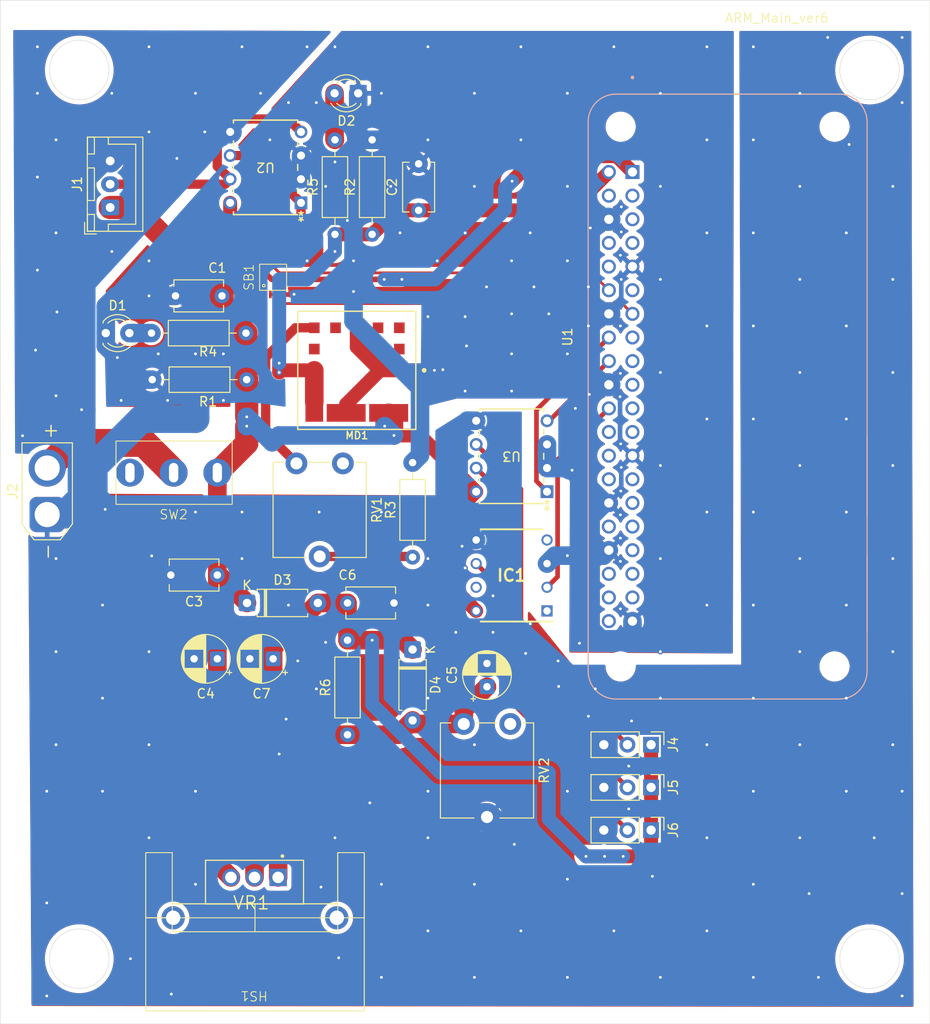
<source format=kicad_pcb>
(kicad_pcb (version 20241229) (generator "pcbnew") (generator_version "9.0")
  (layers (0 "F.Cu" signal) (2 "B.Cu" signal) (13 "F.Paste" user) (15 "B.Paste" user) (5 "F.SilkS" user "F.Silkscreen") (7 "B.SilkS" user "B.Silkscreen") (1 "F.Mask" user) (3 "B.Mask" user) (25 "Edge.Cuts" user))
  (net 0 "")
  (net 1 "GNDA")
  (net 2 "Net-(MD1-SENSE)")
  (net 3 "Net-(D3-K)")
  (net 4 "Net-(D3-A)")
  (net 5 "Net-(D1-A)")
  (net 6 "Net-(D2-A)")
  (net 8 "Net-(IC1-ANODE)")
  (net 10 "Net-(IC1-COLLECTER)")
  (net 12 "Net-(J1-Pin_2)")
  (net 13 "+BATT")
  (net 14 "Net-(J4-Pin_2)")
  (net 15 "Net-(J5-Pin_2)")
  (net 19 "Net-(MD1-TRIM)")
  (net 22 "Net-(R3-Pad1)")
  (net 25 "Net-(SB1-A2)")
  (net 34 "Net-(U1-GPIO24{slash}GPIO_GEN5)")
  (net 42 "Net-(U1-GPIO23{slash}GPIO_GEN4)")
  (net 46 "Net-(SB1-Vcc)")
  (net 53 "Net-(D4-A)")
  (net 54 "Net-(SB1-A1)")
  (net 55 "Net-(SB1-G')")
  (footprint "Capacitor_THT:C_Disc_D5.1mm_W3.2mm_P5.00mm" (layer "F.Cu") (at 124 62.58 90)
    (property "Reference" "C2")
    (property "Value" "10uF")
  )
  (footprint "Potentiometer_THT:Potentiometer_ACP_CA9-V10_Vertical" (layer "F.Cu") (at 110.855 89.77 -90)
    (property "Reference" "RV1")
    (property "Value" "R_Potentiometer_Trim")
  )
  (footprint "Resistor_THT:R_Axial_DIN0207_L6.3mm_D2.5mm_P10.16mm_Horizontal" (layer "F.Cu") (at 115 65.16 90)
    (property "Reference" "R5")
    (property "Value" "1k")
  )
  (footprint "Connector_PinHeader_2.54mm:PinHeader_1x03_P2.54mm_Vertical" (layer "F.Cu") (at 149 129.18 -90)
    (property "Reference" "J6")
    (property "Value" "Conn_01x03_Pin" (hide yes))
  )
  (footprint "Capacitor_THT:CP_Radial_D5.0mm_P2.50mm" (layer "F.Cu") (at 131.35 113.77 90)
    (property "Reference" "C5")
    (property "Value" "10u")
  )
  (footprint "Resistor_THT:R_Axial_DIN0207_L6.3mm_D2.5mm_P10.16mm_Horizontal" (layer "F.Cu") (at 119 65.16 90)
    (property "Reference" "R2")
    (property "Value" "1.2k")
  )
  (footprint "Resistor_THT:R_Axial_DIN0207_L6.3mm_D2.5mm_P10.16mm_Horizontal" (layer "F.Cu") (at 123.35 99.85 90)
    (property "Reference" "R3")
    (property "Value" "1.2k")
  )
  (footprint "LED_THT:LED_D3.0mm" (layer "F.Cu") (at 90.35 75.77)
    (property "Reference" "D1")
    (property "Value" "LED")
  )
  (footprint "Diode_THT:D_A-405_P7.62mm_Horizontal" (layer "F.Cu") (at 105.54 104.77)
    (property "Reference" "D3")
    (property "Value" "1N4007")
  )
  (footprint "Capacitor_THT:C_Disc_D5.1mm_W3.2mm_P5.00mm" (layer "F.Cu") (at 116.35 104.77)
    (property "Reference" "C6")
    (property "Value" "0.1u")
  )
  (footprint "Potentiometer_THT:Potentiometer_ACP_CA9-V10_Vertical" (layer "F.Cu") (at 128.855 117.77 -90)
    (property "Reference" "RV2")
    (property "Value" "R_Potentiometer_Trim")
  )
  (footprint "Capacitor_THT:CP_Radial_D5.0mm_P2.50mm" (layer "F.Cu") (at 102.35 110.77 180)
    (property "Reference" "C4")
    (property "Value" "100u")
  )
  (footprint "Capacitor_THT:C_Disc_D5.1mm_W3.2mm_P5.00mm" (layer "F.Cu") (at 102.35 101.77 180)
    (property "Reference" "C3")
    (property "Value" "0.1u")
  )
  (footprint "ul_TLP2531:U_DIP8_11-10C4S_TOS" (layer "F.Cu") (at 111.35 61.77 180)
    (property "Reference" "U2")
    (property "Value" "TLP2531")
  )
  (footprint "Connector_AMASS:AMASS_XT30U-F_1x02_P5.0mm_Vertical" (layer "F.Cu") (at 84.05 95.27 90)
    (property "Reference" "J2")
    (property "Value" "Conn_01x02_Pin")
  )
  (footprint "Connector_PinHeader_2.54mm:PinHeader_1x03_P2.54mm_Vertical" (layer "F.Cu") (at 149 120 -90)
    (property "Reference" "J4")
    (property "Value" "Conn_01x03_Pin" (hide yes))
  )
  (footprint "Diode_THT:D_A-405_P7.62mm_Horizontal" (layer "F.Cu") (at 123.35 109.77 -90)
    (property "Reference" "D4")
    (property "Value" "1N4007")
  )
  (footprint "LED_THT:LED_D3.0mm" (layer "F.Cu") (at 117.5 50 180)
    (property "Reference" "D2")
    (property "Value" "LED")
  )
  (footprint "Resistor_THT:R_Axial_DIN0207_L6.3mm_D2.5mm_P10.16mm_Horizontal" (layer "F.Cu") (at 105.43 75.77 180)
    (property "Reference" "R4")
    (property "Value" "2k")
  )
  (footprint "Capacitor_THT:C_Disc_D5.1mm_W3.2mm_P5.00mm" (layer "F.Cu") (at 102.85 71.77 180)
    (property "Reference" "C1")
    (property "Value" "22uF")
  )
  (footprint "NJM317:TO254P1054X470X1955-3" (layer "F.Cu") (at 106.35 134.77 180)
    (property "Reference" "VR1")
    (property "Value" "LM317T")
  )
  (footprint "heatsync:heatsink23.5_17_25mm" (layer "F.Cu") (at 106.4 138.6 180)
    (property "Reference" "HS1")
    (property "Value" "Heatsink_Pad_2Pin" (hide yes))
  )
  (footprint "Connector_PinHeader_2.54mm:PinHeader_1x03_P2.54mm_Vertical" (layer "F.Cu") (at 149 124.59 -90)
    (property "Reference" "J5")
    (property "Value" "Conn_01x03_Pin" (hide yes))
  )
  (footprint "ul_TLP2531:U_DIP8_11-10C4S_TOS" (layer "F.Cu") (at 137.81 92.81 180)
    (property "Reference" "U3")
    (property "Value" "TLP2531")
  )
  (footprint "TLP559:DIP762W60P254L966H485Q8N" (layer "F.Cu") (at 134 101.81 180)
    (property "Reference" "IC1")
    (property "Value" "TLP559_F_" (hide yes))
  )
  (footprint "Capacitor_THT:CP_Radial_D5.0mm_P2.50mm" (layer "F.Cu") (at 108.35 110.77 180)
    (property "Reference" "C7")
    (property "Value" "47u")
  )
  (footprint "Resistor_THT:R_Axial_DIN0207_L6.3mm_D2.5mm_P10.16mm_Horizontal" (layer "F.Cu") (at 105.51 80.77 180)
    (property "Reference" "R1")
    (property "Value" "20k")
  )
  (footprint "Connector_JST:JST_XH_B3B-XH-A_1x03_P2.50mm_Vertical" (layer "F.Cu") (at 90.825 62.27 90)
    (property "Reference" "J1")
    (property "Value" "Conn_01x03_Socket")
  )
  (footprint "Resistor_THT:R_Axial_DIN0207_L6.3mm_D2.5mm_P10.16mm_Horizontal" (layer "F.Cu") (at 116.35 118.93 90)
    (property "Reference" "R6")
    (property "Value" "180")
  )
  (footprint "TC7WH241FK:TC7WH241FK" (layer "F.Cu") (at 108.35 69.77 90)
    (property "Reference" "SB1")
    (property "Value" "~" (hide yes))
  )
  (footprint "Togle_original:TogleSW3pin" (layer "F.Cu") (at 97.65 90.77 180)
    (property "Reference" "SW2")
    (property "Value" "SW_SPDT")
  )
  (footprint "Library:MURATA_OKL-T-6-W12N-C_0" (layer "F.Cu") (at 117.35 79.77 180)
    (property "Reference" "MD1")
    (property "Value" "OKL-T_6-W12N-C")
  )
  (footprint "RASPBERRY_PI_ZERO_2_W:MODULE_RASPBERRY_PI_ZERO_2_W" (layer "B.Cu") (at 157.23 82.59 -90)
    (property "Reference" "U1")
    (property "Value" "RASPBERRY_PI_ZERO_2_W")
  )
  (gr_circle (center 87.5 47.5) (end 90.7 47.5) (stroke (width 0.05)) (fill no) (layer "Edge.Cuts"))
  (gr_rect (start 79 40) (end 179 150) (stroke (width 0.05)) (fill no) (layer "Edge.Cuts"))
  (gr_circle (center 87.5 143) (end 90.7 143) (stroke (width 0.05)) (fill no) (layer "Edge.Cuts"))
  (gr_circle (center 172.5 143) (end 175.7 143) (stroke (width 0.05)) (fill no) (layer "Edge.Cuts"))
  (gr_circle (center 172.5 47.5) (end 175.7 47.5) (stroke (width 0.05)) (fill no) (layer "Edge.Cuts"))
  (gr_text "ARM_Main_ver6" (at 156.9 42.5 0) (layer "F.SilkS") (effects (font (size 1 1) (thickness 0.1)) (justify left bottom)))
  (segment (start 117.35 77.2695) (end 119.8505 79.77) (width 1.5) (layer "F.Cu") (net 1))
  (segment (start 116.207 84.342) (end 116.207 83.4135) (width 1.5) (layer "F.Cu") (net 1))
  (segment (start 117.35 75.198) (end 117.35 77.2695) (width 1.5) (layer "F.Cu") (net 1))
  (segment (start 110.58 71.62) (end 110.6 71.6) (width 0.5) (layer "F.Cu") (net 1))
  (segment (start 110.58 71.62) (end 109.35 71.62) (width 0.5) (layer "F.Cu") (net 1))
  (segment (start 119.8505 79.77) (end 121.922 79.77) (width 1.5) (layer "F.Cu") (net 1))
  (segment (start 116.207 83.4135) (end 119.8505 79.77) (width 1.5) (layer "F.Cu") (net 1))
  (segment (start 125.7 79.77) (end 121.922 79.77) (width 1.5) (layer "F.Cu") (net 1))
  (via (at 91.6 78.4) (size 0.6) (drill 0.3) (layers "F.Cu" "B.Cu") (net 1))
  (via (at 125 100) (size 0.6) (drill 0.3) (layers "F.Cu" "B.Cu") (net 1))
  (via (at 141.3 109.1) (size 0.6) (drill 0.3) (layers "F.Cu" "B.Cu") (net 1))
  (via (at 150 110) (size 0.6) (drill 0.3) (layers "F.Cu" "B.Cu") (net 1))
  (via (at 90.29 94.71) (size 0.6) (drill 0.3) (layers "F.Cu" "B.Cu") (net 1))
  (via (at 140.856841 83.856841) (size 0.6) (drill 0.3) (layers "F.Cu" "B.Cu") (net 1))
  (via (at 125 125) (size 0.6) (drill 0.3) (layers "F.Cu" "B.Cu") (net 1))
  (via (at 115.4 142.9) (size 0.6) (drill 0.3) (layers "F.Cu" "B.Cu") (net 1))
  (via (at 117 71.3) (size 0.6) (drill 0.3) (layers "F.Cu" "B.Cu") (net 1))
  (via (at 155 105) (size 0.6) (drill 0.3) (layers "F.Cu" "B.Cu") (net 1))
  (via (at 145.7 105.4) (size 0.6) (drill 0.3) (layers "F.Cu" "B.Cu") (net 1))
  (via (at 145.795 70) (size 0.6) (drill 0.3) (layers "F.Cu" "B.Cu") (net 1))
  (via (at 128 107.921) (size 0.6) (drill 0.3) (layers "F.Cu" "B.Cu") (net 1))
  (via (at 160 75) (size 0.6) (drill 0.3) (layers "F.Cu" "B.Cu") (net 1))
  (via (at 132 104) (size 0.6) (drill 0.3) (layers "F.Cu" "B.Cu") (net 1))
  (via (at 160 105) (size 0.6) (drill 0.3) (layers "F.Cu" "B.Cu") (net 1))
  (via (at 82.8 77.6) (size 0.6) (drill 0.3) (layers "F.Cu" "B.Cu") (net 1))
  (via (at 129.15 77.15) (size 0.6) (drill 0.3) (layers "F.Cu" "B.Cu") (net 1))
  (via (at 145.7 97.8) (size 0.6) (drill 0.3) (layers "F.Cu" "B.Cu") (net 1))
  (via (at 160 55) (size 0.6) (drill 0.3) (layers "F.Cu" "B.Cu") (net 1))
  (via (at 109.75 117.25) (size 0.6) (drill 0.3) (layers "F.Cu" "B.Cu") (net 1))
  (via (at 85 82.5) (size 0.6) (drill 0.3) (layers "F.Cu" "B.Cu") (net 1))
  (via (at 160 45) (size 0.6) (drill 0.3) (layers "F.Cu" "B.Cu") (net 1))
  (via (at 145.73 87.67) (size 0.6) (drill 0.3) (layers "F.Cu" "B.Cu") (net 1))
  (via (at 170 65) (size 0.6) (drill 0.3) (layers "F.Cu" "B.Cu") (net 1))
  (via (at 100 50) (size 0.6) (drill 0.3) (layers "F.Cu" "B.Cu") (net 1))
  (via (at 150 60) (size 0.6) (drill 0.3) (layers "F.Cu" "B.Cu") (net 1))
  (via (at 103 83) (size 0.6) (drill 0.3) (layers "F.Cu" "B.Cu") (net 1))
  (via (at 170 75) (size 0.6) (drill 0.3) (layers "F.Cu" "B.Cu") (net 1))
  (via (at 81.4 86.8) (size 0.6) (drill 0.3) (layers "F.Cu" "B.Cu") (net 1))
  (via (at 165 130) (size 0.6) (drill 0.3) (layers "F.Cu" "B.Cu") (net 1))
  (via (at 146.9 117.449) (size 0.6) (drill 0.3) (layers "F.Cu" "B.Cu") (net 1))
  (via (at 113.3 95) (size 0.6) (drill 0.3) (layers "F.Cu" "B.Cu") (net 1))
  (via (at 125 140) (size 0.6) (drill 0.3) (layers "F.Cu" "B.Cu") (net 1))
  (via (at 175 90) (size 0.6) (drill 0.3) (layers "F.Cu" "B.Cu") (net 1))
  (via (at 142.255 75) (size 0.6) (drill 0.3) (layers "F.Cu" "B.Cu") (net 1))
  (via (at 125 105) (size 0.6) (drill 0.3) (layers "F.Cu" "B.Cu") (net 1))
  (via (at 160 95) (size 0.6) (drill 0.3) (layers "F.Cu" "B.Cu") (net 1))
  (via (at 175 110) (size 0.6) (drill 0.3) (layers "F.Cu" "B.Cu") (net 1))
  (via (at 91 50) (size 0.6) (drill 0.3) (layers "F.Cu" "B.Cu") (net 1))
  (via (at 173 130) (size 0.6) (drill 0.3) (layers "F.Cu" "B.Cu") (net 1))
  (via (at 142.255 70.8) (size 0.6) (drill 0.3) (layers "F.Cu" "B.Cu") (net 1))
  (via (at 140 145) (size 0.6) (drill 0.3) (layers "F.Cu" "B.Cu") (net 1))
  (via (at 95 110) (size 0.6) (drill 0.3) (layers "F.Cu" "B.Cu") (net 1))
  (via (at 95 120) (size 0.6) (drill 0.3) (layers "F.Cu" "B.Cu") (net 1))
  (via (at 138 73.7) (size 0.6) (drill 0.3) (layers "F.Cu" "B.Cu") (net 1))
  (via (at 136 65) (size 0.6) (drill 0.3) (layers "F.Cu" "B.Cu") (net 1))
  (via (at 130 135) (size 0.6) (drill 0.3) (layers "F.Cu" "B.Cu") (net 1))
  (via (at 112 68) (size 0.6) (drill 0.3) (layers "F.Cu" "B.Cu") (net 1))
  (via (at 165 70) (size 0.6) (drill 0.3) (layers "F.Cu" "B.Cu") (net 1))
  (via (at 165 80) (size 0.6) (drill 0.3) (layers "F.Cu" "B.Cu") (net 1))
  (via (at 132 107.921) (size 0.6) (drill 0.3) (layers "F.Cu" "B.Cu") (net 1))
  (via (at 146.6 126.9) (size 0.6) (drill 0.3) (layers "F.Cu" "B.Cu") (net 1))
  (via (at 165 100) (size 0.6) (drill 0.3) (layers "F.Cu" "B.Cu") (net 1))
  (via (at 140 125) (size 0.6) (drill 0.3) (layers "F.Cu" "B.Cu") (net 1))
  (via (at 135 55) (size 0.6) (drill 0.3) (layers "F.Cu" "B.Cu") (net 1))
  (via (at 142.356841 82.356841) (size 0.6) (drill 0.3) (layers "F.Cu" "B.Cu") (net 1))
  (via (at 126.6 79.7) (size 0.6) (drill 0.3) (layers "F.Cu" "B.Cu") (net 1))
  (via (at 125.7 79.77) (size 0.6) (drill 0.3) (layers "F.Cu" "B.Cu") (net 1))
  (via (at 140.5 90.5) (size 0.6) (drill 0.3) (layers "F.Cu" "B.Cu") (net 1))
  (via (at 160 115) (size 0.6) (drill 0.3) (layers "F.Cu" "B.Cu") (net 1))
  (via (at 134.2925 130.7075) (size 0.6) (drill 0.3) (layers "F.Cu" "B.Cu") (net 1))
  (via (at 145.74 92.74) (size 0.6) (drill 0.3) (layers "F.Cu" "B.Cu") (net 1))
  (via (at 83 45) (size 0.6) (drill 0.3) (layers "F.Cu" "B.Cu") (net 1))
  (via (at 100 78) (size 0.6) (drill 0.3) (layers "F.Cu" "B.Cu") (net 1))
  (via (at 125 74) (size 0.6) (drill 0.3) (layers "F.Cu" "B.Cu") (net 1))
  (via (at 145 45) (size 0.6) (drill 0.3) (layers "F.Cu" "B.Cu") (net 1))
  (via (at 90 115) (size 0.6) (drill 0.3) (layers "F.Cu" "B.Cu") (net 1))
  (via (at 130 50) (size 0.6) (drill 0.3) (layers "F.Cu" "B.Cu") (net 1))
  (via (at 145.665 82.6) (size 0.6) (drill 0.3) (layers "F.Cu" "B.Cu") (net 1))
  (via (at 130 145) (size 0.6) (drill 0.3) (layers "F.Cu" "B.Cu") (net 1))
  (via (at 170 85) (size 0.6) (drill 0.3) (layers "F.Cu" "B.Cu") (net 1))
  (via (at 110 105) (size 0.6) (drill 0.3) (layers "F.Cu" "B.Cu") (net 1))
  (via (at 145.7 100.3) (size 0.6) (drill 0.3) (layers "F.Cu" "B.Cu") (net 1))
  (via (at 110.6 71.6) (size 0.6) (drill 0.3) (layers "F.Cu" "B.Cu") (net 1))
  (via (at 134 73.7) (size 0.6) (drill 0.3) (layers "F.Cu" "B.Cu") (net 1))
  (via (at 160 145) (size 0.6) (drill 0.3) (layers "F.Cu" "B.Cu") (net 1))
  (via (at 118.75 126.25) (size 0.6) (drill 0.3) (layers "F.Cu" "B.Cu") (net 1))
  (via (at 134 82) (size 0.6) (drill 0.3) (layers "F.Cu" "B.Cu") (net 1))
  (via (at 155 65) (size 0.6) (drill 0.3) (layers "F.Cu" "B.Cu") (net 1))
  (via (at 155 45) (size 0.6) (drill 0.3) (layers "F.Cu" "B.Cu") (net 1))
  (via (at 175 80) (size 0.6) (drill 0.3) (layers "F.Cu" "B.Cu") (net 1))
  (via (at 160 85) (size 0.6) (drill 0.3) (layers "F.Cu" "B.Cu") (net 1))
  (via (at 85 110) (size 0.6) (drill 0.3) (layers "F.Cu" "B.Cu") (net 1))
  (via (at 140 50) (size 0.6) (drill 0.3) (layers "F.Cu" "B.Cu") (net 1))
  (via (at 129 82) (size 0.6) (drill 0.3) (layers "F.Cu" "B.Cu") (net 1))
  (via (at 101 54.15) (size 0.6) (drill 0.3) (layers "F.Cu" "B.Cu") (net 1))
  (via (at 160 125) (size 0.6) (drill 0.3) (layers "F.Cu" "B.Cu") (net 1))
  (via (at 95 54.15) (size 0.6) (drill 0.3) (layers "F.Cu" "B.Cu") (net 1))
  (via (at 145.8 64.9) (size 0.6) (drill 0.3) (layers "F.Cu" "B.Cu") (net 1))
  (via (at 125 115) (size 0.6) (drill 0.3) (layers "F.Cu" "B.Cu") (net 1))
  (via (at 150 90) (size 0.6) (drill 0.3) (layers "F.Cu" "B.Cu") (net 1))
  (via (at 136.4 70.8) (size 0.6) (drill 0.3) (layers "F.Cu" "B.Cu") (net 1))
  (via (at 160 65) (size 0.6) (drill 0.3) (layers "F.Cu" "B.Cu") (net 1))
  (via (at 170.3 55.5) (size 0.6) (drill 0.3) (layers "F.Cu" "B.Cu") (net 1))
  (via (at 125 55) (size 0.6) (drill 0.3) (layers "F.Cu" "B.Cu") (net 1))
  (via (at 165 50) (size 0.6) (drill 0.3) (layers "F.Cu" "B.Cu") (net 1))
  (via (at 136 107) (size 0.6) (drill 0.3) (layers "F.Cu" "B.Cu") (net 1))
  (via (at 109 121) (size 0.6) (drill 0.3) (layers "F.Cu" "B.Cu") (net 1))
  (via (at 85 55) (size 0.6) (drill 0.3) (layers "F.Cu" "B.Cu") (net 1))
  (via (at 140 68) (size 0.6) (drill 0.3) (layers "F.Cu" "B.Cu") (net 1))
  (via (at 140 134.451) (size 0.6) (drill 0.3) (layers "F.Cu" "B.Cu") (net 1))
  (via (at 84 125) (size 0.6) (drill 0.3) (layers "F.Cu" "B.Cu") (net 1))
  (via (at 111 111) (size 0.6) (drill 0.3) (layers "F.Cu" "B.Cu") (net 1))
  (via (at 130 120) (size 0.6) (drill 0.3) (layers "F.Cu" "B.Cu") (net 1))
  (via (at 105 45) (size 0.6) (drill 0.3) (layers "F.Cu" "B.Cu") (net 1))
  (via (at 100 125) (size 0.6) (drill 0.3) (layers "F.Cu" "B.Cu") (net 1))
  (via (at 155 85) (size 0.6) (drill 0.3) (layers "F.Cu" "B.Cu") (net 1))
  (via (at 176 51) (size 0.6) (drill 0.3) (layers "F.Cu" "B.Cu") (net 1))
  (via (at 170 125) (size 0.6) (drill 0.3) (layers "F.Cu" "B.Cu") (net 1))
  (via (at 122 65) (size 0.6) (drill 0.3) (layers "F.Cu" "B.Cu") (net 1))
  (via (at 120 145) (size 0.6) (drill 0.3) (layers "F.Cu" "B.Cu") (net 1))
  (via (at 96 78) (size 0.6) (drill 0.3) (layers "F.Cu" "B.Cu") (net 1))
  (via (at 131.3 70.8) (size 0.6) (drill 0.3) (layers "F.Cu" "B.Cu") (net 1))
  (via (at 115 45) (size 0.6) (drill 0.3) (layers "F.Cu" "B.Cu") (net 1))
  (via (at 126 68) (size 0.6) (drill 0.3) (layers "F.Cu" "B.Cu") (net 1))
  (via (at 150 115) (size 0.6) (drill 0.3) (layers "F.Cu" "B.Cu") (net 1))
  (via (at 95.29 99.71) (size 0.6) (drill 0.3) (layers "F.Cu" "B.Cu") (net 1))
  (via (at 107 50) (size 0.6) (drill 0.3) (layers "F.Cu" "B.Cu") (net 1))
  (via (at 125 110) (size 0.6) (drill 0.3) (layers "F.Cu" "B.Cu") (net 1))
  (via (at 120 135) (size 0.6) (drill 0.3) (layers "F.Cu" "B.Cu") (net 1))
  (via (at 176 136) (size 0.6) (drill 0.3) (layers "F.Cu" "B.Cu") (net 1))
  (via (at 176 125) (size 0.6) (drill 0.3) (layers "F.Cu" "B.Cu") (net 1))
  (via (at 95 130) (size 0.6) (drill 0.3) (layers "F.Cu" "B.Cu") (net 1))
  (via (at 149.141 134.141) (size 0.6) (drill 0.3) (layers "F.Cu" "B.Cu") (net 1))
  (via (at 113.5 135.3) (size 0.6) (drill 0.3) (layers "F.Cu" "B.Cu") (net 1))
  (via (at 165 60) (size 0.6) (drill 0.3) (layers "F.Cu" "B.Cu") (net 1))
  (via (at 113 114) (size 0.6) (drill 0.3) (layers "F.Cu" "B.Cu") (net 1))
  (via (at 129 74) (size 0.6) (drill 0.3) (layers "F.Cu" "B.Cu") (net 1))
  (via (at 150 70) (size 0.6) (drill 0.3) (layers "F.Cu" "B.Cu") (net 1))
  (via (at 167 145) (size 0.6) (drill 0.3) (layers "F.Cu" "B.Cu") (net 1))
  (via (at 120 50) (size 0.6) (drill 0.3) (layers "F.Cu" "B.Cu") (net 1))
  (via (at 135.509 110.191) (size 0.6) (drill 0.3) (layers "F.Cu" "B.Cu") (net 1))
  (via (at 85 120) (size 0.6) (drill 0.3) (layers "F.Cu" "B.Cu") (net 1))
  (via (at 170 115) (size 0.6) (drill 0.3) (layers "F.Cu" "B.Cu") (net 1))
  (via (at 114 60) (size 0.6) (drill 0.3) (layers "F.Cu" "B.Cu") (net 1))
  (via (at 145 140) (size 0.6) (drill 0.3) (layers "F.Cu" "B.Cu") (net 1))
  (via (at 120 95) (size 0.6) (drill 0.3) (layers "F.Cu" "B.Cu") (net 1))
  (via (at 145.795 90.2) (size 0.6) (drill 0.3) (layers "F.Cu" "B.Cu") (net 1))
  (via (at 83 69) (size 0.6) (drill 0.3) (layers "F.Cu" "B.Cu") (net 1))
  (via (at 135 140) (size 0.6) (drill 0.3) (layers "F.Cu" "B.Cu") (net 1))
  (via (at 155 120) (size 0.6) (drill 0.3) (layers "F.Cu" "B.Cu") (net 1))
  (via (at 103 78) (size 0.6) (drill 0.3) (layers "F.Cu" "B.Cu") (net 1))
  (via (at 139.059 113.741) (size 0.6) (drill 0.3) (layers "F.Cu" "B.Cu") (net 1))
  (via (at 95 71.77) (size 0.6) (drill 0.3) (layers "F.Cu" "B.Cu") (net 1))
  (via (at 125 130) (size 0.6) (drill 0.3) (layers "F.Cu" "B.Cu") (net 1))
  (via (at 128.670736 98.670736) (size 0.6) (drill 0.3) (layers "F.Cu" "B.Cu") (net 1))
  (via (at 105 95) (size 0.6) (drill 0.3) (layers "F.Cu" "B.Cu") (net 1))
  (via (at 145.8 62.2) (size 0.6) (drill 0.3) (layers "F.Cu" "B.Cu") (net 1))
  (via (at 150 80) (size 0.6) (drill 0.3) (layers "F.Cu" "B.Cu") (net 1))
  (via (at 135 45) (size 0.6) (drill 0.3) (layers "F.Cu" "B.Cu") (net 1))
  (via (at 155 130) (size 0.6) (drill 0.3) (layers "F.Cu" "B.Cu") (net 1))
  (via (at 155 140) (size 0.6) (drill 0.3) (layers "F.Cu" "B.Cu") (net 1))
  (via (at 165 120) (size 0.6) (drill 0.3) (layers "F.Cu" "B.Cu") (net 1))
  (via (at 93 143) (size 0.6) (drill 0.3) (layers "F.Cu" "B.Cu") (net 1))
  (via (at 100 135) (size 0.6) (drill 0.3) (layers "F.Cu" "B.Cu") (net 1))
  (via (at 150 145) (size 0.6) (drill 0.3) (layers "F.Cu" "B.Cu") (net 1))
  (via (at 85 65) (size 0.6) (drill 0.3) (layers "F.Cu" "B.Cu") (net 1))
  (via (at 87.751 84) (size 0.6) (drill 0.3) (layers "F.Cu" "B.Cu") (net 1))
  (via (at 97 83) (size 0.6) (drill 0.3) (layers "F.Cu" "B.Cu") (net 1))
  (via (at 175 100) (size 0.6) (drill 0.3) (layers "F.Cu" "B.Cu") (net 1))
  (via (at 165 90) (size 0.6) (drill 0.3) (layers "F.Cu" "B.Cu") (net 1))
  (via (at 146.6 122.3) (size 0.6) (drill 0.3) (layers "F.Cu" "B.Cu") (net 1))
  (via (at 166 136) (size 0.6) (drill 0.3) (layers "F.Cu" "B.Cu") (net 1))
  (via (at 170 105) (size 0.6) (drill 0.3) (layers "F.Cu" "B.Cu") (net 1))
  (via (at 125 45) (size 0.6) (drill 0.3) (layers "F.Cu" "B.Cu") (net 1))
  (via (at 92 83) (size 0.6) (drill 0.3) (layers "F.Cu" "B.Cu") (net 1))
  (via (at 142.466842 64.466842) (size 0.6) (drill 0.3) (layers "F.Cu" "B.Cu") (net 1))
  (via (at 90 105) (size 0.6) (drill 0.3) (layers "F.Cu" "B.Cu") (net 1))
  (via (at 170 95) (size 0.6) (drill 0.3) (layers "F.Cu" "B.Cu") (net 1))
  (via (at 140 78) (size 0.6) (drill 0.3) (layers "F.Cu" "B.Cu") (net 1))
  (via (at 115 57.3758) (size 0.6) (drill 0.3) (layers "F.Cu" "B.Cu") (net 1))
  (via (at 140 99.685) (size 0.6) (drill 0.3) (layers "F.Cu" "B.Cu") (net 1))
  (via (at 175 70) (size 0.6) (drill 0.3) (layers "F.Cu" "B.Cu") (net 1))
  (via (at 150 100) (size 0.6) (drill 0.3) (layers "F.Cu" "B.Cu") (net 1))
  (via (at 142.259 116.941) (size 0.6) (drill 0.3) (layers "F.Cu" "B.Cu") (net 1))
  (via (at 85.1 73.5) (size 0.6) (drill 0.3) (layers "F.Cu" "B.Cu") (net 1))
  (via (at 134 68) (size 0.6) (drill 0.3) (layers "F.Cu" "B.Cu") (net 1))
  (via (at 110 51) (size 0.6) (drill 0.3) (layers "F.Cu" "B.Cu") (net 1))
  (via (at 176 44) (size 0.6) (drill 0.3) (layers "F.Cu" "B.Cu") (net 1))
  (via (at 108 55) (size 0.6) (drill 0.3) (layers "F.Cu" "B.Cu") (net 1))
  (via (at 134 78) (size 0.6) (drill 0.3) (layers "F.Cu" "B.Cu") (net 1))
  (via (at 160 135) (size 0.6) (drill 0.3) (layers "F.Cu" "B.Cu") (net 1))
  (via (at 155 75) (size 0.6) (drill 0.3) (layers "F.Cu" "B.Cu") (net 1))
  (via (at 145.7 95.3) (size 0.6) (drill 0.3) (layers "F.Cu" "B.Cu") (net 1))
  (via (at 105 100) (size 0.6) (drill 0.3) (layers "F.Cu" "B.Cu") (net 1))
  (via (at 83 59) (size 0.6) (drill 0.3) (layers "F.Cu" "B.Cu") (net 1))
  (via (at 145.7 75) (size 0.6) (drill 0.3) (layers "F.Cu" "B.Cu") (net 1))
  (via (at 116.334921 63.665079) (size 0.6) (drill 0.3) (layers "F.Cu" "B.Cu") (net 1))
  (via (at 112 45) (size 0.6) (drill 0.3) (layers "F.Cu" "B.Cu") (net 1))
  (via (at 130 60) (size 0.6) (drill 0.3) (layers "F.Cu" "B.Cu") (net 1))
  (via (at 90 125) (size 0.6) (drill 0.3) (layers "F.Cu" "B.Cu") (net 1))
  (via (at 95 68) (size 0.6) (drill 0.3) (layers "F.Cu" "B.Cu") (net 1))
  (via (at 139 111) (size 0.6) (drill 0.3) (layers "F.Cu" "B.Cu") (net 1))
  (via (at 95 45) (size 0.6) (drill 0.3) (layers "F.Cu" "B.Cu") (net 1))
  (via (at 140 60) (size 0.6) (drill 0.3) (layers "F.Cu" "B.Cu") (net 1))
  (via (at 129 101) (size 0.6) (drill 0.3) (layers "F.Cu" "B.Cu") (net 1))
  (via (at 168 44) (size 0.6) (drill 0.3) (layers "F.Cu" "B.Cu") (net 1))
  (via (at 114 109) (size 0.6) (drill 0.3) (layers "F.Cu" "B.Cu") (net 1))
  (via (at 100 95) (size 0.6) (drill 0.3) (layers "F.Cu" "B.Cu") (net 1))
  (via (at 155 55) (size 0.6) (drill 0.3) (layers "F.Cu" "B.Cu") (net 1))
  (via (at 97.4 146.8) (size 0.6) (drill 0.3) (layers "F.Cu" "B.Cu") (net 1))
  (via (at 145.7 67.4) (size 0.6) (drill 0.3) (layers "F.Cu" "B.Cu") (net 1))
  (via (at 155 95) (size 0.6) (drill 0.3) (layers "F.Cu" "B.Cu") (net 1))
  (via (at 143 114) (size 0.6) (drill 0.3) (layers "F.Cu" "B.Cu") (net 1))
  (via (at 84 137) (size 0.6) (drill 0.3) (layers "F.Cu" "B.Cu") (net 1))
  (via (at 175 120) (size 0.6) (drill 0.3) (layers "F.Cu" "B.Cu") (net 1))
  (via (at 113 51) (size 0.6) (drill 0.3) (layers "F.Cu" "B.Cu") (net 1))
  (via (at 83 50) (size 0.6) (drill 0.3) (layers "F.Cu" "B.Cu") (net 1))
  (via (at 129 65) (size 0.6) (drill 0.3) (layers "F.Cu" "B.Cu") (net 1))
  (via (at 84 147) (size 0.6) (drill 0.3) (layers "F.Cu" "B.Cu") (net 1))
  (via (at 98 57) (size 0.6) (drill 0.3) (layers "F.Cu" "B.Cu") (net 1))
  (via (at 150 50) (size 0.6) (drill 0.3) (layers "F.Cu" "B.Cu") (net 1))
  (via (at 91 67) (size 0.6) (drill 0.3) (layers "F.Cu" "B.Cu") (net 1))
  (via (at 175 60) (size 0.6) (drill 0.3) (layers "F.Cu" "B.Cu") (net 1))
  (via (at 145.7 80.1) (size 0.6) (drill 0.3) (layers "F.Cu" "B.Cu") (net 1))
  (via (at 115 130) (size 0.6) (drill 0.3) (layers "F.Cu" "B.Cu") (net 1))
  (via (at 85 100) (size 0.6) (drill 0.3) (layers "F.Cu" "B.Cu") (net 1))
  (via (at 117 68) (size 0.6) (drill 0.3) (layers "F.Cu" "B.Cu") (net 1))
  (via (at 121 60) (size 0.6) (drill 0.3) (layers "F.Cu" "B.Cu") (net 1))
  (via (at 165 110) (size 0.6) (drill 0.3) (layers "F.Cu" "B.Cu") (net 1))
  (via (at 176 147) (size 0.6) (drill 0.3) (layers "F.Cu" "B.Cu") (net 1))
  (segment (start 105.85 113.35) (end 109.75 117.25) (width 3) (layer "B.Cu") (net 1))
  (segment (start 142.5 98.31) (end 142.5 95.54) (width 2) (layer "B.Cu") (net 1))
  (segment (start 144.46 94.02) (end 145.74 92.74) (width 0.5) (layer "B.Cu") (net 1))
  (segment (start 132.6 73.7) (end 134 73.7) (width 2) (layer "B.Cu") (net 1))
  (segment (start 142.356841 82.356841) (end 142.255 82.255) (width 2.5) (layer "B.Cu") (net 1))
  (segment (start 114.171158 63.159) (end 115.828842 63.159) (width 2) (layer "B.Cu") (net 1))
  (segment (start 143.875 99.685) (end 142.5 98.31) (width 2) (layer "B.Cu") (net 1))
  (segment (start 126.6 79.7) (end 125.77 79.7) (width 1.5) (layer "B.Cu") (net 1))
  (segment (start 90.35 77.15) (end 91.6 78.4) (width 2) (layer "B.Cu") (net 1))
  (segment (start 91.6 78.4) (end 93.97 80.77) (width 2) (layer "B.Cu") (net 1))
  (segment (start 140.856841 83.856841) (end 142.356841 82.356841) (width 2.5) (layer "B.Cu") (net 1))
  (segment (start 125.77 79.7) (end 125.7 79.77) (width 1.5) (layer "B.Cu") (net 1))
  (segment (start 116.2 71.6) (end 117 70.8) (width 1) (layer "B.Cu") (net 1))
  (segment (start 142.356841 82.356841) (end 143.393683 81.32) (width 2.5) (layer "B.Cu") (net 1))
  (segment (start 138.036 134.451) (end 140 134.451) (width 3) (layer "B.Cu") (net 1))
  (segment (start 93.945 54.15) (end 92.712341 54.15) (width 3) (layer "B.Cu") (net 1))
  (segment (start 95 71.77) (end 97.85 71.77) (width 2) (layer "B.Cu") (net 1))
  (segment (start 134.2925 130.7075) (end 138.036 134.451) (width 3) (layer "B.Cu") (net 1))
  (segment (start 131.355 127.77) (end 134.2925 130.7075) (width 3) (layer "B.Cu") (net 1))
  (segment (start 125 105) (end 124.77 104.77) (width 3) (layer "B.Cu") (net 1))
  (segment (start 104.48037 108.269) (end 100.984942 108.269) (width 3) (layer "B.Cu") (net 1))
  (segment (start 145.795 92.685) (end 145.795 90.2) (width 0.5) (layer "B.Cu") (net 1))
  (segment (start 90.35 72.87) (end 91.45 71.77) (width 2) (layer "B.Cu") (net 1))
  (segment (start 131.35 109.81) (end 133.239 107.921) (width 3) (layer "B.Cu") (net 1))
  (segment (start 117 71.3) (end 117 74.5) (width 2) (layer "B.Cu") (net 1))
  (segment (start 143.875 99.685) (end 144.46 99.1) (width 2) (layer "B.Cu") (net 1))
  (segment (start 145.665 87.605) (end 145.73 87.67) (width 0.5) (layer "B.Cu") (net 1))
  (segment (start 89.049 93.469) (end 90.29 94.71) (width 3) (layer "B.Cu") (net 1))
  (segment (start 140.5 90.5) (end 144.02 94.02) (width 2) (layer "B.Cu") (net 1))
  (segment (start 125.7 79.77) (end 122.73 79.77) (width 1.5) (layer "B.Cu") (net 1))
  (segment (start 142.466842 64.466842) (end 143.393683 63.54) (width 2.5) (layer "B.Cu") (net 1))
  (segment (start 100 78) (end 100 69.62) (width 3) (layer "B.Cu") (net 1))
  (segment (start 117 68) (end 117 70.8) (width 2) (layer "B.Cu") (net 1))
  (segment (start 142.255 82.255) (end 142.255 75) (width 2.5) (layer "B.Cu") (net 1))
  (segment (start 147 107.786317) (end 147 106.72) (width 2) (layer "B.Cu") (net 1))
  (segment (start 115.454042 57.3758) (end 117.5 55.329842) (width 2) (layer "B.Cu") (net 1))
  (segment (start 140 99.685) (end 142.5 99.685) (width 2) (layer "B.Cu") (net 1))
  (segment (start 100.984942 108.269) (end 99.849 109.404942) (width 3) (layer "B.Cu") (net 1))
  (segment (start 111.35 56.69) (end 112.0358 57.3758) (width 2) (layer "B.Cu") (net 1))
  (segment (start 124.77 104.77) (end 124.77 102.571472) (width 3) (layer "B.Cu") (net 1))
  (segment (start 145.73 87.67) (end 147 88.94) (width 0.5) (layer "B.Cu") (net 1))
  (segment (start 137.81 100.54) (end 138.665 99.685) (width 2) (layer "B.Cu") (net 1))
  (segment (start 100 69.62) (end 101.06 68.56) (width 3) (layer "B.Cu") (net 1))
  (segment (start 134 73.7) (end 138 73.7) (width 2) (layer "B.Cu") (net 1))
  (segment (start 100 85) (end 100 78) (width 3) (layer "B.Cu") (net 1))
  (segment (start 128.3032 86.106933) (end 129.220133 85.19) (width 2) (layer "B.Cu") (net 1))
  (segment (start 93.945 54.15) (end 95 54.15) (width 2.5) (layer "B.Cu") (net 1))
  (segment (start 91.45 71.77) (end 95 71.77) (width 2) (layer "B.Cu") (net 1))
  (segment (start 107.31 62.31) (end 109.331158 64.331158) (width 2) (layer "B.Cu") (net 1))
  (segment (start 140.27 84.443683) (end 140.856841 83.856841) (width 2.5) (layer "B.Cu") (net 1))
  (segment (start 142.255 75) (end 142.255 74.838683) (width 2.5) (layer "B.Cu") (net 1))
  (segment (start 138.665 99.685) (end 140 99.685) (width 2) (layer "B.Cu") (net 1))
  (segment (start 126.3 80) (end 126.6 79.7) (width 1.5) (layer "B.Cu") (net 1))
  (segment (start 90.29 94.71) (end 95.29 99.71) (width 3) (layer "B.Cu") (net 1))
  (segment (start 117 64.330158) (end 117 68) (width 2) (layer "B.Cu") (net 1))
  (segment (start 90.35 75.77) (end 90.35 77.15) (width 2) (layer "B.Cu") (net 1))
  (segment (start 148.831 134.451) (end 149.141 134.141) (width 3) (layer "B.Cu") (net 1))
  (segment (start 117.5 55) (end 117.5 50) (width 2) (layer "B.Cu") (net 1))
  (segment (start 95 54.15) (end 101 54.15) (width 2.5) (layer "B.Cu") (net 1))
  (segment (start 112.0358 57.3758) (end 115 57.3758) (width 2) (layer "B.Cu") (net 1))
  (segment (start 145.051 117.449) (end 143.909 118.591) (width 3) (layer "B.Cu") (net 1))
  (segment (start 110.39 59.23) (end 111.35 59.23) (width 2) (layer "B.Cu") (net 1))
  (segment (start 129.341472 98) (end 130.19 98) (width 2) (layer "B.Cu") (net 1))
  (segment (start 111.35 59.23) (end 111.35 56.69) (width 2) (layer "B.Cu") (net 1))
  (segment (start 105.85 109.63863) (end 104.48037 108.269) (width 3) (layer "B.Cu") (net 1))
  (segment (start 112.999 64.331158) (end 114.171158 63.159) (width 2) (layer "B.Cu") (net 1))
  (segment (start 133.239 107.921) (end 132 107.921) (width 3) (layer "B.Cu") (net 1))
  (segment (start 96.54 100.96) (end 99.85 104.27) (width 3) (layer "B.Cu") (net 1))
  (segment (start 142.259 116.941) (end 139.059 113.741) (width 3) (layer "B.Cu") (net 1))
  (segment (start 140 134.451) (end 148.831 134.451) (width 3) (layer "B.Cu") (net 1))
  (segment (start 142.255 70.8) (end 142.255 64.678683) (width 2.5) (layer "B.Cu") (net 1))
  (segment (start 92.712341 54.15) (end 87.751 59.111341) (width 3) (layer "B.Cu") (net 1))
  (segment (start 137.81 90.27) (end 140.27 90.27) (width 2) (layer "B.Cu") (net 1))
  (segment (start 105.85 110.77) (end 105.85 109.63863) (width 3) (layer "B.Cu") (net 1))
  (segment (start 140.27 90.27) (end 140.27 84.443683) (width 2.5) (layer "B.Cu") (net 1))
  (segment (start 105.85 109.63863) (end 105.85 113.35) (width 3) (layer "B.Cu") (net 1))
  (segment (start 89.049 93.469) (end 89.049 90.144102) (width 3) (layer "B.Cu") (net 1))
  (segment (start 115 57.3758) (end 115.454042 57.3758) (width 2) (layer "B.Cu") (net 1))
  (segment (start 127.921 107.921) (end 125 105) (width 3) (layer "B.Cu") (net 1))
  (segment (start 145.665 82.525) (end 145.665 82.6) (width 0.5) (layer "B.Cu") (net 1))
  (segment (start 132 107.921) (end 128 107.921) (width 3) (layer "B.Cu") (net 1))
  (segment (start 144.46 81.32) (end 145.665 82.525) (width 0.5) (layer "B.Cu") (net 1))
  (segment (start 142.5 99.685) (end 142.5 107.524788) (width 2) (layer "B.Cu") (net 1))
  (segment (start 87.751 84) (end 87.751 93.469) (width 3) (layer "B.Cu") (net 1))
  (segment (start 124.149999 81.649999) (end 124.149999 88.890001) (width 2) (layer "B.Cu") (net 1))
  (segment (start 143.909 118.591) (end 142.259 116.941) (width 3) (layer "B.Cu") (net 1))
  (segment (start 145.795 69.825) (end 145.795 70) (width 0.5) (layer "B.Cu") (net 1))
  (segment (start 117 74.5) (end 122.5 80) (width 2) (layer "B.Cu") (net 1))
  (segment (start 122.5 80) (end 124.149999 81.649999) (width 2) (layer "B.Cu") (net 1))
  (segment (start 147 68.62) (end 145.795 69.825) (width 0.5) (layer "B.Cu") (net 1))
  (segment (start 129.220133 85.19) (end 130.19 85.19) (width 2) (layer "B.Cu") (net 1))
  (segment (start 138 73.7) (end 144.46 73.7) (width 2) (layer "B.Cu") (net 1))
  (segment (start 143.650212 108.675) (end 146.111317 108.675) (width 2) (layer "B.Cu") (net 1))
  (segment (start 129.15 77.15) (end 132.6 73.7) (width 2) (layer "B.Cu") (net 1))
  (segment (start 130.19 98) (end 128.3032 96.1132) (width 2) (layer "B.Cu") (net 1))
  (segment (start 137.81 87.73) (end 137.81 90.27) (width 2) (layer "B.Cu") (net 1))
  (segment (start 143.393683 63.54) (end 144.46 63.54) (width 2.5) (layer "B.Cu") (net 1))
  (segment (start 128.3032 96.1132) (end 128.3032 86.106933) (width 2) (layer "B.Cu") (net 1))
  (segment (start 119 55) (end 121.42 55) (width 2) (layer "B.Cu") (net 1))
  (segment (start 145.795 90.145) (end 147 88.94) (width 0.5) (layer "B.Cu") (net 1))
  (segment (start 124.77 102.571472) (end 128.670736 98.670736) (width 2) (layer "B.Cu") (net 1))
  (segment (start 122.73 79.77) (end 122.5 80) (width 1.5) (layer "B.Cu") (net 1))
  (segment (start 142.5 99.685) (end 143.875 99.685) (width 2) (layer "B.Cu") (net 1))
  (segment (start 145.74 92.74) (end 145.795 92.685) (width 0.5) (layer "B.Cu") (net 1))
  (segment (start 145.795 72.365) (end 144.46 73.7) (width 0.5) (layer "B.Cu") (net 1))
  (segment (start 117.5 55.329842) (end 117.5 55) (width 2) (layer "B.Cu") (net 1))
  (segment (start 101 54.15) (end 103.73 54.15) (width 2.5) (layer "B.Cu") (net 1))
  (segment (start 143.393683 73.7) (end 142.255 72.561317) (width 2.5) (layer "B.Cu") (net 1))
  (segment (start 120.27 127.77) (end 131.355 127.77) (width 3) (layer "B.Cu") (net 1))
  (segment (start 122.5 80) (end 126.3 80) (width 1.5) (layer "B.Cu") (net 1))
  (segment (start 99.849 109.404942) (end 99.849 110.77) (width 3) (layer "B.Cu") (net 1))
  (segment (start 151.551 131.731) (end 151.551 117.449) (width 3) (layer "B.Cu") (net 1))
  (segment (start 97.85 71.77) (end 101.06 68.56) (width 2) (layer "B.Cu") (net 1))
  (segment (start 101.06 68.56) (end 107.31 62.31) (width 2) (layer "B.Cu") (net 1))
  (segment (start 110.6 71.6) (end 116.2 71.6) (width 1) (layer "B.Cu") (net 1))
  (segment (start 121.42 55) (end 124 57.58) (width 2) (layer "B.Cu") (net 1))
  (segment (start 146.111317 108.675) (end 147 107.786317) (width 2) (layer "B.Cu") (net 1))
  (segment (start 131.35 111.27) (end 131.35 109.81) (width 3) (layer "B.Cu") (net 1))
  (segment (start 126.6 79.7) (end 129.15 77.15) (width 2) (layer "B.Cu") (net 1))
  (segment (start 143.393683 73.7) (end 144.46 73.7) (width 2.5) (layer "B.Cu") (net 1))
  (segment (start 151.551 117.449) (end 146.9 117.449) (width 3) (layer "B.Cu") (net 1))
  (segment (start 99.85 104.27) (end 99.85 110.77) (width 3) (layer "B.Cu") (net 1))
  (segment (start 93.945 54.15) (end 90.825 57.27) (width 2.5) (layer "B.Cu") (net 1))
  (segment (start 145.795 70) (end 145.795 72.365) (width 0.5) (layer "B.Cu") (net 1))
  (segment (start 85.95 95.27) (end 84.05 95.27) (width 3) (layer "B.Cu") (net 1))
  (segment (start 118.75 126.25) (end 120.27 127.77) (width 3) (layer "B.Cu") (net 1))
  (segment (start 145.795 90.2) (end 145.795 90.145) (width 0.5) (layer "B.Cu") (net 1))
  (segment (start 142.255 74.838683) (end 143.393683 73.7) (width 2.5) (layer "B.Cu") (net 1))
  (segment (start 146.9 117.449) (end 145.051 117.449) (width 3) (layer "B.Cu") (net 1))
  (segment (start 117 70.8) (end 117 71.3) (width 2) (layer "B.Cu") (net 1))
  (segment (start 95.29 99.71) (end 96.54 100.96) (width 3) (layer "B.Cu") (net 1))
  (segment (start 135.509 110.191) (end 133.239 107.921) (width 3) (layer "B.Cu") (net 1))
  (segment (start 128.670736 98.670736) (end 129.341472 98) (width 2) (layer "B.Cu") (net 1))
  (segment (start 96.54 100.96) (end 97.35 101.77) (width 3) (layer "B.Cu") (net 1))
  (segment (start 89.049 90.144102) (end 94.193102 85) (width 3) (layer "B.Cu") (net 1))
  (segment (start 139.059 113.741) (end 135.509 110.191) (width 3) (layer "B.Cu") (net 1))
  (segment (start 142.5 95.54) (end 144.02 94.02) (width 2) (layer "B.Cu") (net 1))
  (segment (start 116.334921 63.665079) (end 117 64.330158) (width 2) (layer "B.Cu") (net 1))
  (segment (start 140.27 90.27) (end 140.5 90.5) (width 2) (layer "B.Cu") (net 1))
  (segment (start 94.193102 85) (end 100 85) (width 3) (layer "B.Cu") (net 1))
  (segment (start 93.97 80.77) (end 95.35 80.77) (width 2) (layer "B.Cu") (net 1))
  (segment (start 143.393683 81.32) (end 144.46 81.32) (width 2.5) (layer "B.Cu") (net 1))
  (segment (start 87.751 93.469) (end 89.049 93.469) (width 3) (layer "B.Cu") (net 1))
  (segment (start 107.31 62.31) (end 110.39 59.23) (width 2) (layer "B.Cu") (net 1))
  (segment (start 115.828842 63.159) (end 116.334921 63.665079) (width 2) (layer "B.Cu") (net 1))
  (segment (start 109.331158 64.331158) (end 112.999 64.331158) (width 2) (layer "B.Cu") (net 1))
  (segment (start 149.141 134.141) (end 151.551 131.731) (width 3) (layer "B.Cu") (net 1))
  (segment (start 128 107.921) (end 127.921 107.921) (width 3) (layer "B.Cu") (net 1))
  (segment (start 117.5 55) (end 119 55) (width 2) (layer "B.Cu") (net 1))
  (segment (start 87.751 59.111341) (end 87.751 84) (width 3) (layer "B.Cu") (net 1))
  (segment (start 124.77 104.77) (end 121.35 104.77) (width 3) (layer "B.Cu") (net 1))
  (segment (start 142.255 72.561317) (end 142.255 70.8) (width 2.5) (layer "B.Cu") (net 1))
  (segment (start 143.909 118.591) (end 143.909 129.18) (width 3) (layer "B.Cu") (net 1))
  (segment (start 109.75 117.25) (end 118.75 126.25) (width 3) (layer "B.Cu") (net 1))
  (segment (start 144.02 94.02) (end 144.46 94.02) (width 2) (layer "B.Cu") (net 1))
  (segment (start 142.255 64.678683) (end 142.466842 64.466842) (width 2.5) (layer "B.Cu") (net 1))
  (segment (start 145.665 82.6) (end 145.665 87.605) (width 0.5) (layer "B.Cu") (net 1))
  (segment (start 87.751 93.469) (end 85.95 95.27) (width 3) (layer "B.Cu") (net 1))
  (segment (start 124.149999 88.890001) (end 123.35 89.69) (width 2) (layer "B.Cu") (net 1))
  (segment (start 142.5 107.524788) (end 143.650212 108.675) (width 2) (layer "B.Cu") (net 1))
  (segment (start 90.35 75.77) (end 90.35 72.87) (width 2) (layer "B.Cu") (net 1))
  (segment (start 109 79) (end 109 80) (width 1.5) (layer "F.Cu") (net 2))
  (segment (start 121.58 62.58) (end 119 65.16) (width 1.5) (layer "F.Cu") (net 2))
  (segment (start 140.34 62.58) (end 124 62.58) (width 1.5) (layer "F.Cu") (net 2))
  (segment (start 144.46 58.46) (end 140.34 62.58) (width 1.5) (layer "F.Cu") (net 2))
  (segment (start 115 65.16) (end 119 65.16) (width 1.5) (layer "F.Cu") (net 2))
  (segment (start 109.23 79.77) (end 109 80) (width 1.5) (layer "F.Cu") (net 2))
  (segment (start 115 66) (end 115 65.16) (width 1.5) (layer "F.Cu") (net 2))
  (segment (start 112.778 79.77) (end 112.778 83.199) (width 2) (layer "F.Cu") (net 2))
  (segment (start 115 67) (end 115 66) (width 1.5) (layer "F.Cu") (net 2))
  (segment (start 124 62.58) (end 121.58 62.58) (width 1.5) (layer "F.Cu") (net 2))
  (segment (start 112.778 79.77) (end 109.23 79.77) (width 1.5) (layer "F.Cu") (net 2))
  (via (at 109 80) (size 0.6) (drill 0.3) (layers "F.Cu" "B.Cu") (net 2))
  (via (at 109 79) (size 0.6) (drill 0.3) (layers "F.Cu" "B.Cu") (net 2))
  (via (at 115 67) (size 0.6) (drill 0.3) (layers "F.Cu" "B.Cu") (net 2))
  (segment (start 112 70) (end 109 70) (width 1.5) (layer "B.Cu") (net 2))
  (segment (start 109 79) (end 109 70) (width 1.5) (layer "B.Cu") (net 2))
  (segment (start 115 65.16) (end 115 67) (width 1.5) (layer "B.Cu") (net 2))
  (segment (start 115 67) (end 112 70) (width 1.5) (layer "B.Cu") (net 2))
  (segment (start 102.85 71.77) (end 102.85 73.19) (width 2.5) (layer "F.Cu") (net 3))
  (segment (start 103.73 70.89) (end 102.85 71.77) (width 1.5) (layer "F.Cu") (net 3))
  (segment (start 103.73 68.77) (end 103.73 70.89) (width 1.5) (layer "F.Cu") (net 3))
  (segment (start 102.35 110.77) (end 102.35 132.8) (width 2) (layer "F.Cu") (net 3))
  (segment (start 105.51 87.61) (end 102.35 90.77) (width 2.5) (layer "F.Cu") (net 3))
  (segment (start 121.35 84.913) (end 120.779 84.342) (width 2) (layer "F.Cu") (net 3))
  (segment (start 130.19 92.81) (end 127 96) (width 1.5) (layer "F.Cu") (net 3))
  (segment (start 120.35 85.77) (end 120.35 84.771) (width 2) (layer "F.Cu") (net 3))
  (segment (start 102.35 101.77) (end 102.54 101.77) (width 2) (layer "F.Cu") (net 3))
  (segment (start 102.35 101.77) (end 102.35 110.77) (width 2) (layer "F.Cu") (net 3))
  (segment (start 105.51 85.77) (end 105.51 87.61) (width 2.5) (layer "F.Cu") (net 3))
  (segment (start 102.35 90.77) (end 102.35 101.77) (width 2) (layer "F.Cu") (net 3))
  (segment (start 102.54 101.77) (end 105.54 104.77) (width 2) (layer "F.Cu") (net 3))
  (segment (start 120.35 85.77) (end 121.35 86.77) (width 2) (layer "F.Cu") (net 3))
  (segment (start 105.43 75.77) (end 105.43 80.69) (width 2.5) (layer "F.Cu") (net 3))
  (segment (start 124.15 86.77) (end 130.19 92.81) (width 1.5) (layer "F.Cu") (net 3))
  (segment (start 105.43 80.69) (end 105.51 80.77) (width 2.5) (layer "F.Cu") (net 3))
  (segment (start 105.51 80.77) (end 105.51 84.77) (width 2.5) (layer "F.Cu") (net 3))
  (segment (start 102.85 73.19) (end 105.43 75.77) (width 2.5) (layer "F.Cu") (net 3))
  (segment (start 127 96) (end 127 102.43) (width 1.5) (layer "F.Cu") (net 3))
  (segment (start 127 102.43) (end 130.19 105.62) (width 1.5) (layer "F.Cu") (net 3))
  (segment (start 121.35 86.77) (end 121.35 84.913) (width 2) (layer "F.Cu") (net 3))
  (segment (start 121.35 86.77) (end 124.15 86.77) (width 1.5) (layer "F.Cu") (net 3))
  (segment (start 90.825 62.27) (end 93.35 62.27) (width 2.5) (layer "F.Cu") (net 3))
  (segment (start 93.35 62.27) (end 102.85 71.77) (width 2.5) (layer "F.Cu") (net 3))
  (segment (start 103.73 61.77) (end 103.73 68.77) (width 1.5) (layer "F.Cu") (net 3))
  (segment (start 102.35 132.8) (end 103.81 134.26) (width 2) (layer "F.Cu") (net 3))
  (segment (start 120.35 84.771) (end 120.779 84.342) (width 2) (layer "F.Cu") (net 3))
  (via (at 120.35 85.77) (size 0.6) (drill 0.3) (layers "F.Cu" "B.Cu") (net 3))
  (via (at 105.51 84.77) (size 0.6) (drill 0.3) (layers "F.Cu" "B.Cu") (net 3))
  (via (at 105.51 85.77) (size 0.6) (drill 0.3) (layers "F.Cu" "B.Cu") (net 3))
  (via (at 121.35 86.77) (size 0.6) (drill 0.3) (layers "F.Cu" "B.Cu") (net 3))
  (segment (start 105.51 84.77) (end 105.51 85.77) (width 2) (layer "B.Cu") (net 3))
  (segment (start 108.97 86.77) (end 121.35 86.77) (width 2) (layer "B.Cu") (net 3))
  (segment (start 108.24 87.5) (end 108.97 86.77) (width 2) (layer "B.Cu") (net 3))
  (segment (start 108.24 87.5) (end 105.51 84.77) (width 2) (layer "B.Cu") (net 3))
  (segment (start 120.35 85.77) (end 121.35 86.77) (width 2) (layer "B.Cu") (net 3))
  (segment (start 149 131) (end 149 129.18) (width 1.5) (layer "F.Cu") (net 4))
  (segment (start 142 132) (end 144 132) (width 1.5) (layer "F.Cu") (net 4))
  (segment (start 113.16 104.77) (end 116.35 104.77) (width 2) (layer "F.Cu") (net 4))
  (segment (start 119 108.77) (end 122.35 108.77) (width 2) (layer "F.Cu") (net 4))
  (segment (start 148 132) (end 149 131) (width 1.5) (layer "F.Cu") (net 4))
  (segment (start 144 132) (end 146 132) (width 1.5) (layer "F.Cu") (net 4))
  (segment (start 122.35 108.77) (end 123.35 109.77) (width 2) (layer "F.Cu") (net 4))
  (segment (start 108.35 110.77) (end 108.35 109.58) (width 2) (layer "F.Cu") (net 4))
  (segment (start 108.35 114.77) (end 108.35 110.77) (width 2) (layer "F.Cu") (net 4))
  (segment (start 106.35 134.26) (end 106.35 116.77) (width 2) (layer "F.Cu") (net 4))
  (segment (start 116.35 108.77) (end 119 108.77) (width 2) (layer "F.Cu") (net 4))
  (segment (start 116.35 104.77) (end 116.35 108.77) (width 2) (layer "F.Cu") (net 4))
  (segment (start 108.35 109.58) (end 113.16 104.77) (width 2) (layer "F.Cu") (net 4))
  (segment (start 146 132) (end 148 132) (width 1.5) (layer "F.Cu") (net 4))
  (segment (start 106.35 116.77) (end 108.35 114.77) (width 2) (layer "F.Cu") (net 4))
  (segment (start 149 129.18) (end 149 124.59) (width 1.5) (layer "F.Cu") (net 4))
  (segment (start 149 120) (end 149 124.59) (width 1.5) (layer "F.Cu") (net 4))
  (via (at 146 132) (size 0.6) (drill 0.3) (layers "F.Cu" "B.Cu") (net 4))
  (via (at 142 132) (size 0.6) (drill 0.3) (layers "F.Cu" "B.Cu") (net 4))
  (via (at 119 108.77) (size 0.6) (drill 0.3) (layers "F.Cu" "B.Cu") (net 4))
  (via (at 144 132) (size 0.6) (drill 0.3) (layers "F.Cu" "B.Cu") (net 4))
  (segment (start 138 123) (end 138 128) (width 1.5) (layer "B.Cu") (net 4))
  (segment (start 119 108.77) (end 119 115.65771) (width 1.5) (layer "B.Cu") (net 4))
  (segment (start 138 128) (end 142 132) (width 1.5) (layer "B.Cu") (net 4))
  (segment (start 119 115.65771) (end 126.34229 123) (width 1.5) (layer "B.Cu") (net 4))
  (segment (start 126.34229 123) (end 138 123) (width 1.5) (layer "B.Cu") (net 4))
  (segment (start 142 132) (end 146 132) (width 1.5) (layer "B.Cu") (net 4))
  (segment (start 92.89 75.77) (end 95.27 75.77) (width 2) (layer "B.Cu") (net 5))
  (segment (start 114.96 54.96) (end 115 55) (width 2) (layer "F.Cu") (net 6))
  (segment (start 114.96 50) (end 114.96 54.96) (width 2) (layer "F.Cu") (net 6))
  (segment (start 138.9468 101.9432) (end 137.81 103.08) (width 0.5) (layer "F.Cu") (net 8))
  (segment (start 144.46 83.86) (end 138.9468 89.3732) (width 0.5) (layer "F.Cu") (net 8))
  (segment (start 138.9468 89.3732) (end 138.9468 101.9432) (width 0.5) (layer "F.Cu") (net 8))
  (segment (start 133.598 115.030108) (end 142.619 124.051108) (width 0.5) (layer "F.Cu") (net 10))
  (segment (start 130.19 100.54) (end 133.598 103.948) (width 0.5) (layer "F.Cu") (net 10))
  (segment (start 142.619 125.339) (end 146.46 129.18) (width 0.5) (layer "F.Cu") (net 10))
  (segment (start 142.619 124.051108) (end 142.619 125.339) (width 0.5) (layer "F.Cu") (net 10))
  (segment (start 133.598 103.948) (end 133.598 115.030108) (width 0.5) (layer "F.Cu") (net 10))
  (segment (start 102.3432 53.575568) (end 103.155568 52.7632) (width 1) (layer "F.Cu") (net 12))
  (segment (start 103.19 59.77) (end 103.73 59.23) (width 1) (layer "F.Cu") (net 12))
  (segment (start 103.73 59.23) (end 102.3432 57.8432) (width 1) (layer "F.Cu") (net 12))
  (segment (start 103.155568 52.7632) (end 109.9632 52.7632) (width 1) (layer "F.Cu") (net 12))
  (segment (start 109.9632 52.7632) (end 111.35 54.15) (width 1) (layer "F.Cu") (net 12))
  (segment (start 102.3432 57.8432) (end 102.3432 53.575568) (width 1) (layer "F.Cu") (net 12))
  (segment (start 90.825 59.77) (end 103.19 59.77) (width 1) (layer "F.Cu") (net 12))
  (segment (start 94.449 87.569) (end 97.65 90.77) (width 3) (layer "F.Cu") (net 13))
  (segment (start 84.05 90.27) (end 86.751 87.569) (width 3) (layer "F.Cu") (net 13))
  (segment (start 86.751 87.569) (end 94.449 87.569) (width 3) (layer "F.Cu") (net 13))
  (segment (start 135 92.54) (end 130.19 87.73) (width 0.5) (layer "F.Cu") (net 14))
  (segment (start 135 108.54) (end 135 92.54) (width 0.5) (layer "F.Cu") (net 14))
  (segment (start 146.46 120) (end 135 108.54) (width 0.5) (layer "F.Cu") (net 14))
  (segment (start 134.299 94.379) (end 134.299 112.429) (width 0.5) (layer "F.Cu") (net 15))
  (segment (start 130.19 90.27) (end 134.299 94.379) (width 0.5) (layer "F.Cu") (net 15))
  (segment (start 134.299 112.429) (end 146.46 124.59) (width 0.5) (layer "F.Cu") (net 15))
  (segment (start 107.549 86.464) (end 110.855 89.77) (width 1) (layer "F.Cu") (net 19))
  (segment (start 107.549 78.398976) (end 107.549 86.464) (width 1) (layer "F.Cu") (net 19))
  (segment (start 110.749976 75.198) (end 107.549 78.398976) (width 1) (layer "F.Cu") (net 19))
  (segment (start 112.778 75.198) (end 110.749976 75.198) (width 1) (layer "F.Cu") (net 19))
  (segment (start 113.355 99.77) (end 123.27 99.77) (width 1) (layer "F.Cu") (net 22))
  (segment (start 123.27 99.77) (end 123.35 99.85) (width 1) (layer "F.Cu") (net 22))
  (segment (start 103.73 56.69) (end 106.27 56.69) (width 1) (layer "F.Cu") (net 25))
  (segment (start 106.27 56.69) (end 111.35 61.77) (width 1) (layer "F.Cu") (net 25))
  (segment (start 111.35 61.77) (end 111.35 65.92) (width 1) (layer "F.Cu") (net 25))
  (segment (start 111.35 65.92) (end 109.35 67.92) (width 1) (layer "F.Cu") (net 25))
  (segment (start 108.7 67.92) (end 109.35 67.92) (width 0.5) (layer "F.Cu") (net 25))
  (segment (start 138.05 85.19) (end 137.81 85.19) (width 0.5) (layer "F.Cu") (net 34))
  (segment (start 144.46 78.78) (end 138.05 85.19) (width 0.5) (layer "F.Cu") (net 34))
  (segment (start 144.46 76.24) (end 136.6732 84.0268) (width 0.5) (layer "F.Cu") (net 42))
  (segment (start 136.6732 91.6732) (end 137.81 92.81) (width 0.5) (layer "F.Cu") (net 42))
  (segment (start 136.6732 84.0268) (end 136.6732 91.6732) (width 0.5) (layer "F.Cu") (net 42))
  (segment (start 107.4 67.92) (end 107.4 69.2) (width 0.6) (layer "F.Cu") (net 46))
  (segment (start 136.745 56.755) (end 145.295 56.755) (width 1.5) (layer "F.Cu") (net 46))
  (segment (start 108.2 70) (end 122.2 70) (width 0.6) (layer "F.Cu") (net 46))
  (segment (start 145.295 56.755) (end 147 58.46) (width 1.5) (layer "F.Cu") (net 46))
  (segment (start 107.4 69.2) (end 108.2 70) (width 0.6) (layer "F.Cu") (net 46))
  (segment (start 134.05 59.45) (end 136.745 56.755) (width 1.5) (layer "F.Cu") (net 46))
  (via (at 122.2 70) (size 0.6) (drill 0.3) (layers "F.Cu" "B.Cu") (net 46))
  (via (at 120.3 70) (size 0.6) (drill 0.3) (layers "F.Cu" "B.Cu") (net 46))
  (via (at 134.05 59.45) (size 0.6) (drill 0.3) (layers "F.Cu" "B.Cu") (net 46))
  (segment (start 133.3 60.2) (end 134.05 59.45) (width 1.5) (layer "B.Cu") (net 46))
  (segment (start 133.3 62.469182) (end 133.3 60.2) (width 1.5) (layer "B.Cu") (net 46))
  (segment (start 120.3 70) (end 122.2 70) (width 1.5) (layer "B.Cu") (net 46))
  (segment (start 122.2 70) (end 125.769182 70) (width 1.5) (layer "B.Cu") (net 46))
  (segment (start 125.769182 70) (end 133.3 62.469182) (width 1.5) (layer "B.Cu") (net 46))
  (segment (start 128.855 117.77) (end 128.855 116.265) (width 2) (layer "F.Cu") (net 53))
  (segment (start 121.81 118.93) (end 123.35 117.39) (width 2) (layer "F.Cu") (net 53))
  (segment (start 121.81 118.93) (end 122.97 117.77) (width 2) (layer "F.Cu") (net 53))
  (segment (start 128.855 116.265) (end 131.35 113.77) (width 2) (layer "F.Cu") (net 53))
  (segment (start 108.89 134.26) (end 108.89 124.23) (width 2) (layer "F.Cu") (net 53))
  (segment (start 108.89 124.23) (end 114.19 118.93) (width 2) (layer "F.Cu") (net 53))
  (segment (start 114.19 118.93) (end 116.35 118.93) (width 2) (layer "F.Cu") (net 53))
  (segment (start 122.97 117.77) (end 128.855 117.77) (width 2) (layer "F.Cu") (net 53))
  (segment (start 116.35 118.93) (end 121.81 118.93) (width 2) (layer "F.Cu") (net 53))
  (segment (start 108.05 71.62) (end 108.7 71.62) (width 0.3) (layer "F.Cu") (net 54))
  (segment (start 108.7 71.62) (end 108.7 72.019999) (width 0.3) (layer "F.Cu") (net 54))
  (segment (start 145.895 72.595) (end 147 73.7) (width 0.3) (layer "F.Cu") (net 54))
  (segment (start 109.275001 72.595) (end 145.895 72.595) (width 0.3) (layer "F.Cu") (net 54))
  (segment (start 108.7 72.019999) (end 109.275001 72.595) (width 0.3) (layer "F.Cu") (net 54))
  (segment (start 108.05 67.92) (end 108.05 67.45) (width 0.3) (layer "F.Cu") (net 55))
  (segment (start 142.6 69.3) (end 109.030001 69.3) (width 0.3) (layer "F.Cu") (net 55))
  (segment (start 108.05 67.45) (end 107.6 67) (width 0.3) (layer "F.Cu") (net 55))
  (segment (start 106.749 67.051) (end 106.749 70.969) (width 0.3) (layer "F.Cu") (net 55))
  (segment (start 106.749 70.969) (end 107.4 71.62) (width 0.3) (layer "F.Cu") (net 55))
  (segment (start 107.6 67) (end 106.8 67) (width 0.3) (layer "F.Cu") (net 55))
  (segment (start 144.46 71.16) (end 142.6 69.3) (width 0.3) (layer "F.Cu") (net 55))
  (segment (start 106.8 67) (end 106.749 67.051) (width 0.3) (layer "F.Cu") (net 55))
  (segment (start 108.05 67.92) (end 108.05 68.319999) (width 0.2) (layer "F.Cu") (net 55))
  (segment (start 109.030001 69.3) (end 108.05 68.319999) (width 0.3) (layer "F.Cu") (net 55))
  (zone (net 1) (net_name "GNDA") (layer "F.Cu") (priority 5) (connect_pads (clearance 0.5)) (min_thickness 0.25) (fill yes (thermal_gap 0.5) (thermal_bridge_width 0.5))
    (polygon (pts (xy 177 43.3) (xy 177.221719 148.172839) (xy 82.368792 148.072889) (xy 82 93) (xy 125.8 93.2) (xy 140.6 111.5) (xy 158.7 111.4) (xy 158.5 43.3)))
  )
  (zone (net 1) (net_name "GNDA") (layer "F.Cu") (priority 3) (connect_pads (clearance 0.5)) (min_thickness 0.25) (fill yes (thermal_gap 0.5) (thermal_bridge_width 0.5))
    (polygon (pts (xy 114.7 43.3) (xy 80.4 43.2) (xy 80.7 88.8) (xy 84.5 84.8) (xy 89 84.8) (xy 89 70.5) (xy 93.6 65.7) (xy 88.8 65.7) (xy 88.8 58.4) (xy 100.7 58.4)))
  )
  (zone (net 1) (net_name "GNDA") (layer "F.Cu") (priority 4) (connect_pads (clearance 0.5)) (min_thickness 0.25) (fill yes (thermal_gap 0.5) (thermal_bridge_width 0.5))
    (polygon (pts (xy 157.9 43.3) (xy 157.8 110.2) (xy 140.2 110.1) (xy 140.4 82.8) (xy 128.1 82.8) (xy 124.4 83.7) (xy 124.4 73.1) (xy 110.5 72.7) (xy 109.7 72.7) (xy 109.7 83.7) (xy 90.4 83.7) (xy 90.35 71.2) (xy 115.7 43.3)))
  )
  (zone (net 1) (net_name "GNDA") (layer "B.Cu") (priority 2) (connect_pads (clearance 0.5)) (min_thickness 0.25) (fill yes (thermal_gap 0.5) (thermal_bridge_width 0.5))
    (polygon (pts (xy 125.8 93.2) (xy 125.8 86.2) (xy 129 84.2) (xy 135.1 84.2) (xy 135.1 106.4) (xy 140.6 111.4) (xy 158.7 111.4) (xy 158.5 43.3) (xy 177 43.3) (xy 177.221614 148.123306) (xy 82.368613 148.023356) (xy 82 93.1) (xy 90.6 93.2) (xy 89.8 93.2)))
  )
  (zone (net 1) (net_name "GNDA") (layer "B.Cu") (priority 1) (connect_pads (clearance 0.5)) (min_thickness 0.25) (fill yes (thermal_gap 0.5) (thermal_bridge_width 0.5))
    (polygon (pts (xy 80.6 88.7) (xy 80.4 43.2) (xy 114.7 43.3) (xy 87.751 72.5) (xy 87.7 89)))
  )
  (zone (net 1) (net_name "GNDA") (layer "B.Cu") (connect_pads (clearance 0.5)) (min_thickness 0.25) (fill yes (thermal_gap 0.5) (thermal_bridge_width 0.5))
    (polygon (pts (xy 91.2 70.8) (xy 90.1 72.4) (xy 90.4 83.7) (xy 106.1 83.2) (xy 109.7 83.7) (xy 109.5 72.6) (xy 118.4 72.6) (xy 124.3 72.7) (xy 124.2 83.8) (xy 128.1 82.8) (xy 141 82.8) (xy 140.27 90.27) (xy 140.2 110) (xy 157.8 110.2) (xy 157.9 43.3) (xy 115.7 43.3)))
  )
)
</source>
